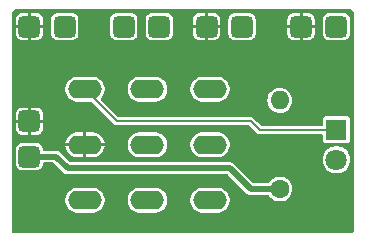
<source format=gbr>
%TF.GenerationSoftware,KiCad,Pcbnew,8.0.0*%
%TF.CreationDate,2024-05-19T22:30:32-07:00*%
%TF.ProjectId,3DPT-breakout-v2,33445054-2d62-4726-9561-6b6f75742d76,rev?*%
%TF.SameCoordinates,Original*%
%TF.FileFunction,Copper,L2,Bot*%
%TF.FilePolarity,Positive*%
%FSLAX46Y46*%
G04 Gerber Fmt 4.6, Leading zero omitted, Abs format (unit mm)*
G04 Created by KiCad (PCBNEW 8.0.0) date 2024-05-19 22:30:32*
%MOMM*%
%LPD*%
G01*
G04 APERTURE LIST*
G04 Aperture macros list*
%AMRoundRect*
0 Rectangle with rounded corners*
0 $1 Rounding radius*
0 $2 $3 $4 $5 $6 $7 $8 $9 X,Y pos of 4 corners*
0 Add a 4 corners polygon primitive as box body*
4,1,4,$2,$3,$4,$5,$6,$7,$8,$9,$2,$3,0*
0 Add four circle primitives for the rounded corners*
1,1,$1+$1,$2,$3*
1,1,$1+$1,$4,$5*
1,1,$1+$1,$6,$7*
1,1,$1+$1,$8,$9*
0 Add four rect primitives between the rounded corners*
20,1,$1+$1,$2,$3,$4,$5,0*
20,1,$1+$1,$4,$5,$6,$7,0*
20,1,$1+$1,$6,$7,$8,$9,0*
20,1,$1+$1,$8,$9,$2,$3,0*%
G04 Aperture macros list end*
%TA.AperFunction,ComponentPad*%
%ADD10O,2.850000X1.600000*%
%TD*%
%TA.AperFunction,ComponentPad*%
%ADD11RoundRect,0.300000X-0.600000X-0.600000X0.600000X-0.600000X0.600000X0.600000X-0.600000X0.600000X0*%
%TD*%
%TA.AperFunction,ComponentPad*%
%ADD12O,1.600000X1.600000*%
%TD*%
%TA.AperFunction,ComponentPad*%
%ADD13C,1.600000*%
%TD*%
%TA.AperFunction,ComponentPad*%
%ADD14RoundRect,0.300000X0.600000X-0.600000X0.600000X0.600000X-0.600000X0.600000X-0.600000X-0.600000X0*%
%TD*%
%TA.AperFunction,ComponentPad*%
%ADD15R,1.800000X1.800000*%
%TD*%
%TA.AperFunction,ComponentPad*%
%ADD16C,1.800000*%
%TD*%
%TA.AperFunction,ViaPad*%
%ADD17C,0.600000*%
%TD*%
%TA.AperFunction,Conductor*%
%ADD18C,0.200000*%
%TD*%
%TA.AperFunction,Conductor*%
%ADD19C,0.500000*%
%TD*%
G04 APERTURE END LIST*
D10*
%TO.P,SW1,1,A*%
%TO.N,/IN*%
X105300000Y-104700000D03*
%TO.P,SW1,2,B*%
%TO.N,/OUT*%
X105300000Y-100000000D03*
%TO.P,SW1,3,C*%
%TO.N,/RETURN*%
X105300000Y-95300000D03*
%TO.P,SW1,4,A*%
%TO.N,Net-(SW1B-A)*%
X100000000Y-104700000D03*
%TO.P,SW1,5,B*%
%TO.N,/SEND*%
X100000000Y-100000000D03*
%TO.P,SW1,6,C*%
%TO.N,/IN*%
X100000000Y-95300000D03*
%TO.P,SW1,7,A*%
%TO.N,Net-(SW1B-A)*%
X94700000Y-104700000D03*
%TO.P,SW1,8,B*%
%TO.N,GND*%
X94700000Y-100000000D03*
%TO.P,SW1,9,C*%
%TO.N,/LED-*%
X94700000Y-95300000D03*
%TD*%
D11*
%TO.P,P10,1,1*%
%TO.N,/9V*%
X108000000Y-90000000D03*
%TD*%
D12*
%TO.P,R1,2*%
%TO.N,/LED+*%
X111200000Y-96250000D03*
D13*
%TO.P,R1,1*%
%TO.N,/9V*%
X111200000Y-103750000D03*
%TD*%
D11*
%TO.P,P9,1,1*%
%TO.N,GND*%
X113000000Y-90000000D03*
%TD*%
D14*
%TO.P,P8,1,1*%
%TO.N,GND*%
X90000000Y-98000000D03*
%TD*%
D11*
%TO.P,P7,1,1*%
%TO.N,GND*%
X105000000Y-90000000D03*
%TD*%
%TO.P,P6,1,1*%
%TO.N,/SEND*%
X98000000Y-90000000D03*
%TD*%
%TO.P,P5,1,1*%
%TO.N,GND*%
X90000000Y-90000000D03*
%TD*%
D14*
%TO.P,P4,1,1*%
%TO.N,/9V*%
X90000000Y-101000000D03*
%TD*%
D11*
%TO.P,P3,1,1*%
%TO.N,/RETURN*%
X101000000Y-90000000D03*
%TD*%
%TO.P,P2,1,1*%
%TO.N,/IN*%
X93000000Y-90000000D03*
%TD*%
%TO.P,P1,1,1*%
%TO.N,/OUT*%
X116000000Y-90000000D03*
%TD*%
D15*
%TO.P,D1,1,K*%
%TO.N,/LED-*%
X116000000Y-98725000D03*
D16*
%TO.P,D1,2,A*%
%TO.N,/LED+*%
X116000000Y-101265000D03*
%TD*%
D17*
%TO.N,GND*%
X93500000Y-97750000D03*
X103500000Y-103750000D03*
X101750000Y-103750000D03*
X96250000Y-103000000D03*
X113000000Y-103000000D03*
X117000000Y-103000000D03*
X117000000Y-95000000D03*
X113000000Y-95000000D03*
X108750000Y-97250000D03*
X109000000Y-101000000D03*
X101750000Y-99000000D03*
X103425000Y-96000000D03*
X110500000Y-91750000D03*
X106500000Y-93500000D03*
X102750000Y-92500000D03*
X96250000Y-92000000D03*
X98027298Y-96277298D03*
X98250000Y-99000000D03*
X94250000Y-92000000D03*
X89000000Y-95000000D03*
X89000000Y-104500000D03*
X113000000Y-107000000D03*
X117000000Y-107000000D03*
X105000000Y-107000000D03*
X109000000Y-107000000D03*
X97000000Y-107000000D03*
X101000000Y-107000000D03*
X93000000Y-107000000D03*
X89000000Y-107000000D03*
%TD*%
D18*
%TO.N,/LED-*%
X109500000Y-98750000D02*
X115975000Y-98750000D01*
X115975000Y-98750000D02*
X116000000Y-98725000D01*
X97400000Y-98000000D02*
X108750000Y-98000000D01*
X94700000Y-95300000D02*
X97400000Y-98000000D01*
X108750000Y-98000000D02*
X109500000Y-98750000D01*
D19*
%TO.N,/9V*%
X107000000Y-102000000D02*
X108750000Y-103750000D01*
X90000000Y-101000000D02*
X92250000Y-101000000D01*
X108750000Y-103750000D02*
X111200000Y-103750000D01*
X92250000Y-101000000D02*
X93250000Y-102000000D01*
X93250000Y-102000000D02*
X107000000Y-102000000D01*
%TD*%
%TA.AperFunction,Conductor*%
%TO.N,GND*%
G36*
X117005512Y-88501121D02*
G01*
X117100073Y-88511775D01*
X117121669Y-88516705D01*
X117206202Y-88546283D01*
X117226168Y-88555899D01*
X117264079Y-88579720D01*
X117301987Y-88603540D01*
X117319319Y-88617361D01*
X117382638Y-88680680D01*
X117396459Y-88698012D01*
X117444098Y-88773828D01*
X117453718Y-88793803D01*
X117483293Y-88878326D01*
X117488225Y-88899938D01*
X117498877Y-88994470D01*
X117499500Y-89005555D01*
X117499500Y-107242210D01*
X117498281Y-107257696D01*
X117489742Y-107311611D01*
X117480170Y-107341071D01*
X117458969Y-107382679D01*
X117440764Y-107407737D01*
X117407737Y-107440764D01*
X117382679Y-107458969D01*
X117341071Y-107480170D01*
X117311612Y-107489741D01*
X117257695Y-107498281D01*
X117242211Y-107499500D01*
X88757789Y-107499500D01*
X88742303Y-107498281D01*
X88688388Y-107489742D01*
X88658928Y-107480170D01*
X88617320Y-107458969D01*
X88592262Y-107440764D01*
X88559235Y-107407737D01*
X88541030Y-107382679D01*
X88519827Y-107341067D01*
X88510259Y-107311620D01*
X88501717Y-107257685D01*
X88500500Y-107242210D01*
X88500500Y-104803467D01*
X93024500Y-104803467D01*
X93064869Y-105006418D01*
X93144058Y-105197597D01*
X93144059Y-105197598D01*
X93259023Y-105369655D01*
X93405345Y-105515977D01*
X93577402Y-105630941D01*
X93768580Y-105710130D01*
X93971535Y-105750500D01*
X93971536Y-105750500D01*
X95428464Y-105750500D01*
X95428465Y-105750500D01*
X95631420Y-105710130D01*
X95822598Y-105630941D01*
X95994655Y-105515977D01*
X96140977Y-105369655D01*
X96255941Y-105197598D01*
X96335130Y-105006420D01*
X96375500Y-104803467D01*
X98324500Y-104803467D01*
X98364869Y-105006418D01*
X98444058Y-105197597D01*
X98444059Y-105197598D01*
X98559023Y-105369655D01*
X98705345Y-105515977D01*
X98877402Y-105630941D01*
X99068580Y-105710130D01*
X99271535Y-105750500D01*
X99271536Y-105750500D01*
X100728464Y-105750500D01*
X100728465Y-105750500D01*
X100931420Y-105710130D01*
X101122598Y-105630941D01*
X101294655Y-105515977D01*
X101440977Y-105369655D01*
X101555941Y-105197598D01*
X101635130Y-105006420D01*
X101675500Y-104803467D01*
X103624500Y-104803467D01*
X103664869Y-105006418D01*
X103744058Y-105197597D01*
X103744059Y-105197598D01*
X103859023Y-105369655D01*
X104005345Y-105515977D01*
X104177402Y-105630941D01*
X104368580Y-105710130D01*
X104571535Y-105750500D01*
X104571536Y-105750500D01*
X106028464Y-105750500D01*
X106028465Y-105750500D01*
X106231420Y-105710130D01*
X106422598Y-105630941D01*
X106594655Y-105515977D01*
X106740977Y-105369655D01*
X106855941Y-105197598D01*
X106935130Y-105006420D01*
X106975500Y-104803465D01*
X106975500Y-104596535D01*
X106935130Y-104393580D01*
X106855941Y-104202402D01*
X106740977Y-104030345D01*
X106594655Y-103884023D01*
X106422598Y-103769059D01*
X106422599Y-103769059D01*
X106422597Y-103769058D01*
X106231418Y-103689869D01*
X106028467Y-103649500D01*
X106028465Y-103649500D01*
X104571535Y-103649500D01*
X104571532Y-103649500D01*
X104368581Y-103689869D01*
X104177402Y-103769058D01*
X104005348Y-103884020D01*
X103859020Y-104030348D01*
X103744058Y-104202402D01*
X103664869Y-104393581D01*
X103624500Y-104596532D01*
X103624500Y-104803467D01*
X101675500Y-104803467D01*
X101675500Y-104803465D01*
X101675500Y-104596535D01*
X101635130Y-104393580D01*
X101555941Y-104202402D01*
X101440977Y-104030345D01*
X101294655Y-103884023D01*
X101122598Y-103769059D01*
X101122599Y-103769059D01*
X101122597Y-103769058D01*
X100931418Y-103689869D01*
X100728467Y-103649500D01*
X100728465Y-103649500D01*
X99271535Y-103649500D01*
X99271532Y-103649500D01*
X99068581Y-103689869D01*
X98877402Y-103769058D01*
X98705348Y-103884020D01*
X98559020Y-104030348D01*
X98444058Y-104202402D01*
X98364869Y-104393581D01*
X98324500Y-104596532D01*
X98324500Y-104803467D01*
X96375500Y-104803467D01*
X96375500Y-104803465D01*
X96375500Y-104596535D01*
X96335130Y-104393580D01*
X96255941Y-104202402D01*
X96140977Y-104030345D01*
X95994655Y-103884023D01*
X95822598Y-103769059D01*
X95822599Y-103769059D01*
X95822597Y-103769058D01*
X95631418Y-103689869D01*
X95428467Y-103649500D01*
X95428465Y-103649500D01*
X93971535Y-103649500D01*
X93971532Y-103649500D01*
X93768581Y-103689869D01*
X93577402Y-103769058D01*
X93405348Y-103884020D01*
X93259020Y-104030348D01*
X93144058Y-104202402D01*
X93064869Y-104393581D01*
X93024500Y-104596532D01*
X93024500Y-104803467D01*
X88500500Y-104803467D01*
X88500500Y-101643106D01*
X88849500Y-101643106D01*
X88860123Y-101731565D01*
X88915637Y-101872339D01*
X88915638Y-101872341D01*
X88915639Y-101872342D01*
X89007078Y-101992922D01*
X89127658Y-102084361D01*
X89127659Y-102084361D01*
X89127660Y-102084362D01*
X89198047Y-102112119D01*
X89268436Y-102139877D01*
X89356898Y-102150500D01*
X89356900Y-102150500D01*
X90643100Y-102150500D01*
X90643102Y-102150500D01*
X90731564Y-102139877D01*
X90872342Y-102084361D01*
X90992922Y-101992922D01*
X91084361Y-101872342D01*
X91139877Y-101731564D01*
X91150500Y-101643102D01*
X91150500Y-101599500D01*
X91169407Y-101541309D01*
X91218907Y-101505345D01*
X91249500Y-101500500D01*
X92001678Y-101500500D01*
X92059869Y-101519407D01*
X92071682Y-101529496D01*
X92849500Y-102307314D01*
X92849499Y-102307314D01*
X92942685Y-102400499D01*
X92942690Y-102400503D01*
X93056810Y-102466390D01*
X93056808Y-102466390D01*
X93056812Y-102466391D01*
X93056814Y-102466392D01*
X93184108Y-102500500D01*
X106751678Y-102500500D01*
X106809869Y-102519407D01*
X106821682Y-102529496D01*
X108349500Y-104057314D01*
X108349499Y-104057314D01*
X108442685Y-104150499D01*
X108442690Y-104150503D01*
X108556810Y-104216390D01*
X108556808Y-104216390D01*
X108556812Y-104216391D01*
X108556814Y-104216392D01*
X108684108Y-104250500D01*
X110217035Y-104250500D01*
X110275226Y-104269407D01*
X110304344Y-104302830D01*
X110322315Y-104336450D01*
X110453590Y-104496410D01*
X110453595Y-104496414D01*
X110613547Y-104627683D01*
X110613548Y-104627683D01*
X110613550Y-104627685D01*
X110796046Y-104725232D01*
X110933997Y-104767078D01*
X110994065Y-104785300D01*
X110994070Y-104785301D01*
X111199997Y-104805583D01*
X111200000Y-104805583D01*
X111200003Y-104805583D01*
X111405929Y-104785301D01*
X111405934Y-104785300D01*
X111603954Y-104725232D01*
X111786450Y-104627685D01*
X111946410Y-104496410D01*
X112077685Y-104336450D01*
X112175232Y-104153954D01*
X112235300Y-103955934D01*
X112235301Y-103955929D01*
X112255583Y-103750003D01*
X112255583Y-103749996D01*
X112235301Y-103544070D01*
X112235300Y-103544065D01*
X112217078Y-103483997D01*
X112175232Y-103346046D01*
X112077685Y-103163550D01*
X111946410Y-103003590D01*
X111946404Y-103003585D01*
X111786452Y-102872316D01*
X111603954Y-102774768D01*
X111405934Y-102714699D01*
X111405929Y-102714698D01*
X111200003Y-102694417D01*
X111199997Y-102694417D01*
X110994070Y-102714698D01*
X110994065Y-102714699D01*
X110796045Y-102774768D01*
X110613547Y-102872316D01*
X110453595Y-103003585D01*
X110453585Y-103003595D01*
X110322313Y-103163552D01*
X110322313Y-103163553D01*
X110304344Y-103197170D01*
X110260238Y-103239576D01*
X110217035Y-103249500D01*
X108998322Y-103249500D01*
X108940131Y-103230593D01*
X108928318Y-103220504D01*
X108123314Y-102415500D01*
X107307314Y-101599500D01*
X107307311Y-101599498D01*
X107307310Y-101599497D01*
X107307309Y-101599496D01*
X107193189Y-101533609D01*
X107193191Y-101533609D01*
X107140187Y-101519407D01*
X107065892Y-101499500D01*
X107065890Y-101499500D01*
X93498322Y-101499500D01*
X93440131Y-101480593D01*
X93428318Y-101470504D01*
X93222814Y-101265000D01*
X114844571Y-101265000D01*
X114864244Y-101477311D01*
X114870842Y-101500500D01*
X114922595Y-101682389D01*
X115017634Y-101873255D01*
X115146128Y-102043407D01*
X115146135Y-102043413D01*
X115303692Y-102187047D01*
X115303699Y-102187053D01*
X115407389Y-102251255D01*
X115484981Y-102299298D01*
X115683802Y-102376321D01*
X115893390Y-102415500D01*
X116106610Y-102415500D01*
X116316198Y-102376321D01*
X116515019Y-102299298D01*
X116696302Y-102187052D01*
X116853872Y-102043407D01*
X116982366Y-101873255D01*
X117077405Y-101682389D01*
X117135756Y-101477310D01*
X117155429Y-101265000D01*
X117135756Y-101052690D01*
X117077405Y-100847611D01*
X116982366Y-100656745D01*
X116853872Y-100486593D01*
X116758993Y-100400099D01*
X116696307Y-100342952D01*
X116696300Y-100342946D01*
X116515024Y-100230705D01*
X116515019Y-100230702D01*
X116316195Y-100153678D01*
X116106610Y-100114500D01*
X115893390Y-100114500D01*
X115683804Y-100153678D01*
X115484980Y-100230702D01*
X115484975Y-100230705D01*
X115303699Y-100342946D01*
X115303692Y-100342952D01*
X115146135Y-100486586D01*
X115146131Y-100486589D01*
X115146128Y-100486593D01*
X115146125Y-100486597D01*
X115017635Y-100656743D01*
X115017630Y-100656752D01*
X114922596Y-100847608D01*
X114864244Y-101052688D01*
X114844571Y-101265000D01*
X93222814Y-101265000D01*
X93007813Y-101049999D01*
X92557314Y-100599500D01*
X92557311Y-100599498D01*
X92557310Y-100599497D01*
X92557309Y-100599496D01*
X92443189Y-100533609D01*
X92443191Y-100533609D01*
X92393799Y-100520375D01*
X92315892Y-100499500D01*
X92315890Y-100499500D01*
X91249500Y-100499500D01*
X91191309Y-100480593D01*
X91155345Y-100431093D01*
X91150500Y-100400500D01*
X91150500Y-100356899D01*
X91150499Y-100356893D01*
X91148825Y-100342952D01*
X91139877Y-100268436D01*
X91110126Y-100192993D01*
X91084362Y-100127660D01*
X91084361Y-100127659D01*
X91084361Y-100127658D01*
X91082345Y-100125000D01*
X93029293Y-100125000D01*
X93065349Y-100306271D01*
X93144501Y-100497360D01*
X93144508Y-100497374D01*
X93259405Y-100669329D01*
X93405670Y-100815594D01*
X93577625Y-100930491D01*
X93577639Y-100930498D01*
X93768727Y-101009650D01*
X93971581Y-101049999D01*
X93971586Y-101050000D01*
X94574999Y-101050000D01*
X94575000Y-101049999D01*
X94575000Y-100500000D01*
X94825000Y-100500000D01*
X94825000Y-101049999D01*
X94825001Y-101050000D01*
X95428414Y-101050000D01*
X95428418Y-101049999D01*
X95631272Y-101009650D01*
X95822360Y-100930498D01*
X95822374Y-100930491D01*
X95994329Y-100815594D01*
X96140594Y-100669329D01*
X96255491Y-100497374D01*
X96255498Y-100497360D01*
X96334650Y-100306271D01*
X96370707Y-100125000D01*
X95809144Y-100125000D01*
X95814914Y-100103467D01*
X98324500Y-100103467D01*
X98364869Y-100306418D01*
X98444058Y-100497597D01*
X98558805Y-100669329D01*
X98559023Y-100669655D01*
X98705345Y-100815977D01*
X98877402Y-100930941D01*
X99068580Y-101010130D01*
X99271535Y-101050500D01*
X99271536Y-101050500D01*
X100728464Y-101050500D01*
X100728465Y-101050500D01*
X100931420Y-101010130D01*
X101122598Y-100930941D01*
X101294655Y-100815977D01*
X101440977Y-100669655D01*
X101555941Y-100497598D01*
X101635130Y-100306420D01*
X101675500Y-100103467D01*
X103624500Y-100103467D01*
X103664869Y-100306418D01*
X103744058Y-100497597D01*
X103858805Y-100669329D01*
X103859023Y-100669655D01*
X104005345Y-100815977D01*
X104177402Y-100930941D01*
X104368580Y-101010130D01*
X104571535Y-101050500D01*
X104571536Y-101050500D01*
X106028464Y-101050500D01*
X106028465Y-101050500D01*
X106231420Y-101010130D01*
X106422598Y-100930941D01*
X106594655Y-100815977D01*
X106740977Y-100669655D01*
X106855941Y-100497598D01*
X106935130Y-100306420D01*
X106975500Y-100103465D01*
X106975500Y-99896535D01*
X106935130Y-99693580D01*
X106855941Y-99502402D01*
X106740977Y-99330345D01*
X106594655Y-99184023D01*
X106594651Y-99184020D01*
X106422597Y-99069058D01*
X106231418Y-98989869D01*
X106028467Y-98949500D01*
X106028465Y-98949500D01*
X104571535Y-98949500D01*
X104571532Y-98949500D01*
X104368581Y-98989869D01*
X104177402Y-99069058D01*
X104005348Y-99184020D01*
X103859020Y-99330348D01*
X103744058Y-99502402D01*
X103664869Y-99693581D01*
X103624500Y-99896532D01*
X103624500Y-100103467D01*
X101675500Y-100103467D01*
X101675500Y-100103465D01*
X101675500Y-99896535D01*
X101635130Y-99693580D01*
X101555941Y-99502402D01*
X101440977Y-99330345D01*
X101294655Y-99184023D01*
X101294651Y-99184020D01*
X101122597Y-99069058D01*
X100931418Y-98989869D01*
X100728467Y-98949500D01*
X100728465Y-98949500D01*
X99271535Y-98949500D01*
X99271532Y-98949500D01*
X99068581Y-98989869D01*
X98877402Y-99069058D01*
X98705348Y-99184020D01*
X98559020Y-99330348D01*
X98444058Y-99502402D01*
X98364869Y-99693581D01*
X98324500Y-99896532D01*
X98324500Y-100103467D01*
X95814914Y-100103467D01*
X95825000Y-100065826D01*
X95825000Y-99934174D01*
X95809144Y-99875000D01*
X96370706Y-99875000D01*
X96370706Y-99874999D01*
X96334650Y-99693728D01*
X96255498Y-99502639D01*
X96255491Y-99502625D01*
X96140594Y-99330670D01*
X95994329Y-99184405D01*
X95822374Y-99069508D01*
X95822360Y-99069501D01*
X95631272Y-98990349D01*
X95428418Y-98950000D01*
X94825001Y-98950000D01*
X94825000Y-98950001D01*
X94825000Y-99500000D01*
X94575000Y-99500000D01*
X94575000Y-98950001D01*
X94574999Y-98950000D01*
X93971581Y-98950000D01*
X93768727Y-98990349D01*
X93577639Y-99069501D01*
X93577625Y-99069508D01*
X93405670Y-99184405D01*
X93259405Y-99330670D01*
X93144508Y-99502625D01*
X93144501Y-99502639D01*
X93065349Y-99693728D01*
X93029293Y-99874999D01*
X93029294Y-99875000D01*
X93590856Y-99875000D01*
X93575000Y-99934174D01*
X93575000Y-100065826D01*
X93590856Y-100125000D01*
X93029293Y-100125000D01*
X91082345Y-100125000D01*
X90992922Y-100007078D01*
X90872342Y-99915639D01*
X90872341Y-99915638D01*
X90872339Y-99915637D01*
X90731565Y-99860123D01*
X90643106Y-99849500D01*
X90643102Y-99849500D01*
X89356898Y-99849500D01*
X89356893Y-99849500D01*
X89268434Y-99860123D01*
X89127660Y-99915637D01*
X89127656Y-99915640D01*
X89007081Y-100007075D01*
X89007075Y-100007081D01*
X88915640Y-100127656D01*
X88915637Y-100127660D01*
X88860123Y-100268434D01*
X88849500Y-100356893D01*
X88849500Y-101643106D01*
X88500500Y-101643106D01*
X88500500Y-98643064D01*
X88850000Y-98643064D01*
X88860613Y-98731443D01*
X88916080Y-98872095D01*
X89007435Y-98992564D01*
X89127904Y-99083919D01*
X89268556Y-99139386D01*
X89356935Y-99149999D01*
X89356942Y-99150000D01*
X89874999Y-99150000D01*
X89875000Y-99149999D01*
X89875000Y-98484144D01*
X89934174Y-98500000D01*
X90065826Y-98500000D01*
X90125000Y-98484144D01*
X90125000Y-99149999D01*
X90125001Y-99150000D01*
X90643058Y-99150000D01*
X90643064Y-99149999D01*
X90731443Y-99139386D01*
X90872095Y-99083919D01*
X90992564Y-98992564D01*
X91083919Y-98872095D01*
X91139386Y-98731443D01*
X91149999Y-98643064D01*
X91150000Y-98643058D01*
X91150000Y-98125001D01*
X91149999Y-98125000D01*
X90484144Y-98125000D01*
X90500000Y-98065826D01*
X90500000Y-97934174D01*
X90484144Y-97875000D01*
X91149999Y-97875000D01*
X91150000Y-97874999D01*
X91150000Y-97356941D01*
X91149999Y-97356935D01*
X91139386Y-97268556D01*
X91083919Y-97127904D01*
X90992564Y-97007435D01*
X90872095Y-96916080D01*
X90731443Y-96860613D01*
X90643064Y-96850000D01*
X90125001Y-96850000D01*
X90125000Y-96850001D01*
X90125000Y-97515855D01*
X90065826Y-97500000D01*
X89934174Y-97500000D01*
X89875000Y-97515855D01*
X89875000Y-96850001D01*
X89874999Y-96850000D01*
X89356935Y-96850000D01*
X89268556Y-96860613D01*
X89127904Y-96916080D01*
X89007435Y-97007435D01*
X88916080Y-97127904D01*
X88860613Y-97268556D01*
X88850000Y-97356935D01*
X88850000Y-97874999D01*
X88850001Y-97875000D01*
X89515856Y-97875000D01*
X89500000Y-97934174D01*
X89500000Y-98065826D01*
X89515856Y-98125000D01*
X88850001Y-98125000D01*
X88850000Y-98125001D01*
X88850000Y-98643064D01*
X88500500Y-98643064D01*
X88500500Y-95403467D01*
X93024500Y-95403467D01*
X93064869Y-95606418D01*
X93144058Y-95797597D01*
X93259020Y-95969651D01*
X93259023Y-95969655D01*
X93405345Y-96115977D01*
X93577402Y-96230941D01*
X93768580Y-96310130D01*
X93971535Y-96350500D01*
X95213810Y-96350500D01*
X95272001Y-96369407D01*
X95283814Y-96379496D01*
X97184788Y-98280470D01*
X97264712Y-98326614D01*
X97353856Y-98350500D01*
X97353857Y-98350500D01*
X97446144Y-98350500D01*
X108563810Y-98350500D01*
X108622001Y-98369407D01*
X108633814Y-98379496D01*
X109284788Y-99030470D01*
X109364712Y-99076614D01*
X109453856Y-99100500D01*
X114750500Y-99100500D01*
X114808691Y-99119407D01*
X114844655Y-99168907D01*
X114849500Y-99199500D01*
X114849500Y-99649672D01*
X114849501Y-99649684D01*
X114864033Y-99722736D01*
X114864035Y-99722742D01*
X114919397Y-99805599D01*
X114919399Y-99805601D01*
X115002260Y-99860966D01*
X115057808Y-99872015D01*
X115075315Y-99875498D01*
X115075320Y-99875498D01*
X115075326Y-99875500D01*
X115075327Y-99875500D01*
X116924673Y-99875500D01*
X116924674Y-99875500D01*
X116997740Y-99860966D01*
X117080601Y-99805601D01*
X117135966Y-99722740D01*
X117150500Y-99649674D01*
X117150500Y-97800326D01*
X117135966Y-97727260D01*
X117099969Y-97673386D01*
X117080602Y-97644400D01*
X117080599Y-97644397D01*
X116997742Y-97589035D01*
X116997740Y-97589034D01*
X116997737Y-97589033D01*
X116997736Y-97589033D01*
X116924684Y-97574501D01*
X116924674Y-97574500D01*
X115075326Y-97574500D01*
X115075325Y-97574500D01*
X115075315Y-97574501D01*
X115002263Y-97589033D01*
X115002257Y-97589035D01*
X114919400Y-97644397D01*
X114919397Y-97644400D01*
X114864035Y-97727257D01*
X114864033Y-97727263D01*
X114849501Y-97800315D01*
X114849500Y-97800327D01*
X114849500Y-98300500D01*
X114830593Y-98358691D01*
X114781093Y-98394655D01*
X114750500Y-98399500D01*
X109686190Y-98399500D01*
X109627999Y-98380593D01*
X109616186Y-98370504D01*
X109311508Y-98065826D01*
X108965212Y-97719530D01*
X108885288Y-97673386D01*
X108796144Y-97649500D01*
X108796142Y-97649500D01*
X97586190Y-97649500D01*
X97527999Y-97630593D01*
X97516186Y-97620504D01*
X96073160Y-96177478D01*
X96045383Y-96122961D01*
X96054954Y-96062529D01*
X96073158Y-96037473D01*
X96140977Y-95969655D01*
X96255941Y-95797598D01*
X96335130Y-95606420D01*
X96375500Y-95403467D01*
X98324500Y-95403467D01*
X98364869Y-95606418D01*
X98444058Y-95797597D01*
X98559020Y-95969651D01*
X98559023Y-95969655D01*
X98705345Y-96115977D01*
X98877402Y-96230941D01*
X99068580Y-96310130D01*
X99271535Y-96350500D01*
X99271536Y-96350500D01*
X100728464Y-96350500D01*
X100728465Y-96350500D01*
X100931420Y-96310130D01*
X101122598Y-96230941D01*
X101294655Y-96115977D01*
X101440977Y-95969655D01*
X101555941Y-95797598D01*
X101635130Y-95606420D01*
X101675500Y-95403467D01*
X103624500Y-95403467D01*
X103664869Y-95606418D01*
X103744058Y-95797597D01*
X103859020Y-95969651D01*
X103859023Y-95969655D01*
X104005345Y-96115977D01*
X104177402Y-96230941D01*
X104368580Y-96310130D01*
X104571535Y-96350500D01*
X104571536Y-96350500D01*
X106028464Y-96350500D01*
X106028465Y-96350500D01*
X106231420Y-96310130D01*
X106376579Y-96250003D01*
X110144417Y-96250003D01*
X110164698Y-96455929D01*
X110164699Y-96455934D01*
X110224768Y-96653954D01*
X110322316Y-96836452D01*
X110387665Y-96916080D01*
X110453590Y-96996410D01*
X110453595Y-96996414D01*
X110613547Y-97127683D01*
X110613548Y-97127683D01*
X110613550Y-97127685D01*
X110796046Y-97225232D01*
X110933997Y-97267078D01*
X110994065Y-97285300D01*
X110994070Y-97285301D01*
X111199997Y-97305583D01*
X111200000Y-97305583D01*
X111200003Y-97305583D01*
X111405929Y-97285301D01*
X111405934Y-97285300D01*
X111603954Y-97225232D01*
X111786450Y-97127685D01*
X111946410Y-96996410D01*
X112077685Y-96836450D01*
X112175232Y-96653954D01*
X112235300Y-96455934D01*
X112235301Y-96455929D01*
X112255583Y-96250003D01*
X112255583Y-96249996D01*
X112235301Y-96044070D01*
X112235300Y-96044065D01*
X112212727Y-95969651D01*
X112175232Y-95846046D01*
X112077685Y-95663550D01*
X112030798Y-95606418D01*
X111946414Y-95503595D01*
X111946410Y-95503590D01*
X111946404Y-95503585D01*
X111786452Y-95372316D01*
X111603954Y-95274768D01*
X111405934Y-95214699D01*
X111405929Y-95214698D01*
X111200003Y-95194417D01*
X111199997Y-95194417D01*
X110994070Y-95214698D01*
X110994065Y-95214699D01*
X110796045Y-95274768D01*
X110613547Y-95372316D01*
X110453595Y-95503585D01*
X110453585Y-95503595D01*
X110322316Y-95663547D01*
X110224768Y-95846045D01*
X110164699Y-96044065D01*
X110164698Y-96044070D01*
X110144417Y-96249996D01*
X110144417Y-96250003D01*
X106376579Y-96250003D01*
X106422598Y-96230941D01*
X106594655Y-96115977D01*
X106740977Y-95969655D01*
X106855941Y-95797598D01*
X106935130Y-95606420D01*
X106975500Y-95403465D01*
X106975500Y-95196535D01*
X106935130Y-94993580D01*
X106855941Y-94802402D01*
X106740977Y-94630345D01*
X106594655Y-94484023D01*
X106422598Y-94369059D01*
X106422599Y-94369059D01*
X106422597Y-94369058D01*
X106231418Y-94289869D01*
X106028467Y-94249500D01*
X106028465Y-94249500D01*
X104571535Y-94249500D01*
X104571532Y-94249500D01*
X104368581Y-94289869D01*
X104177402Y-94369058D01*
X104005348Y-94484020D01*
X103859020Y-94630348D01*
X103744058Y-94802402D01*
X103664869Y-94993581D01*
X103624500Y-95196532D01*
X103624500Y-95403467D01*
X101675500Y-95403467D01*
X101675500Y-95403465D01*
X101675500Y-95196535D01*
X101635130Y-94993580D01*
X101555941Y-94802402D01*
X101440977Y-94630345D01*
X101294655Y-94484023D01*
X101122598Y-94369059D01*
X101122599Y-94369059D01*
X101122597Y-94369058D01*
X100931418Y-94289869D01*
X100728467Y-94249500D01*
X100728465Y-94249500D01*
X99271535Y-94249500D01*
X99271532Y-94249500D01*
X99068581Y-94289869D01*
X98877402Y-94369058D01*
X98705348Y-94484020D01*
X98559020Y-94630348D01*
X98444058Y-94802402D01*
X98364869Y-94993581D01*
X98324500Y-95196532D01*
X98324500Y-95403467D01*
X96375500Y-95403467D01*
X96375500Y-95403465D01*
X96375500Y-95196535D01*
X96335130Y-94993580D01*
X96255941Y-94802402D01*
X96140977Y-94630345D01*
X95994655Y-94484023D01*
X95822598Y-94369059D01*
X95822599Y-94369059D01*
X95822597Y-94369058D01*
X95631418Y-94289869D01*
X95428467Y-94249500D01*
X95428465Y-94249500D01*
X93971535Y-94249500D01*
X93971532Y-94249500D01*
X93768581Y-94289869D01*
X93577402Y-94369058D01*
X93405348Y-94484020D01*
X93259020Y-94630348D01*
X93144058Y-94802402D01*
X93064869Y-94993581D01*
X93024500Y-95196532D01*
X93024500Y-95403467D01*
X88500500Y-95403467D01*
X88500500Y-90643064D01*
X88850000Y-90643064D01*
X88860613Y-90731443D01*
X88916080Y-90872095D01*
X89007435Y-90992564D01*
X89127904Y-91083919D01*
X89268556Y-91139386D01*
X89356935Y-91149999D01*
X89356942Y-91150000D01*
X89874999Y-91150000D01*
X89875000Y-91149999D01*
X89875000Y-90484144D01*
X89934174Y-90500000D01*
X90065826Y-90500000D01*
X90125000Y-90484144D01*
X90125000Y-91149999D01*
X90125001Y-91150000D01*
X90643058Y-91150000D01*
X90643064Y-91149999D01*
X90731443Y-91139386D01*
X90872095Y-91083919D01*
X90992564Y-90992564D01*
X91083919Y-90872095D01*
X91139386Y-90731443D01*
X91149994Y-90643106D01*
X91849500Y-90643106D01*
X91860123Y-90731565D01*
X91915637Y-90872339D01*
X91915638Y-90872341D01*
X91915639Y-90872342D01*
X92007078Y-90992922D01*
X92127658Y-91084361D01*
X92127659Y-91084361D01*
X92127660Y-91084362D01*
X92198047Y-91112119D01*
X92268436Y-91139877D01*
X92356898Y-91150500D01*
X92356900Y-91150500D01*
X93643100Y-91150500D01*
X93643102Y-91150500D01*
X93731564Y-91139877D01*
X93872342Y-91084361D01*
X93992922Y-90992922D01*
X94084361Y-90872342D01*
X94139877Y-90731564D01*
X94150500Y-90643106D01*
X96849500Y-90643106D01*
X96860123Y-90731565D01*
X96915637Y-90872339D01*
X96915638Y-90872341D01*
X96915639Y-90872342D01*
X97007078Y-90992922D01*
X97127658Y-91084361D01*
X97127659Y-91084361D01*
X97127660Y-91084362D01*
X97198047Y-91112119D01*
X97268436Y-91139877D01*
X97356898Y-91150500D01*
X97356900Y-91150500D01*
X98643100Y-91150500D01*
X98643102Y-91150500D01*
X98731564Y-91139877D01*
X98872342Y-91084361D01*
X98992922Y-90992922D01*
X99084361Y-90872342D01*
X99139877Y-90731564D01*
X99150500Y-90643106D01*
X99849500Y-90643106D01*
X99860123Y-90731565D01*
X99915637Y-90872339D01*
X99915638Y-90872341D01*
X99915639Y-90872342D01*
X100007078Y-90992922D01*
X100127658Y-91084361D01*
X100127659Y-91084361D01*
X100127660Y-91084362D01*
X100198047Y-91112119D01*
X100268436Y-91139877D01*
X100356898Y-91150500D01*
X100356900Y-91150500D01*
X101643100Y-91150500D01*
X101643102Y-91150500D01*
X101731564Y-91139877D01*
X101872342Y-91084361D01*
X101992922Y-90992922D01*
X102084361Y-90872342D01*
X102139877Y-90731564D01*
X102150500Y-90643102D01*
X102150500Y-90643064D01*
X103850000Y-90643064D01*
X103860613Y-90731443D01*
X103916080Y-90872095D01*
X104007435Y-90992564D01*
X104127904Y-91083919D01*
X104268556Y-91139386D01*
X104356935Y-91149999D01*
X104356942Y-91150000D01*
X104874999Y-91150000D01*
X104875000Y-91149999D01*
X104875000Y-90484144D01*
X104934174Y-90500000D01*
X105065826Y-90500000D01*
X105125000Y-90484144D01*
X105125000Y-91149999D01*
X105125001Y-91150000D01*
X105643058Y-91150000D01*
X105643064Y-91149999D01*
X105731443Y-91139386D01*
X105872095Y-91083919D01*
X105992564Y-90992564D01*
X106083919Y-90872095D01*
X106139386Y-90731443D01*
X106149994Y-90643106D01*
X106849500Y-90643106D01*
X106860123Y-90731565D01*
X106915637Y-90872339D01*
X106915638Y-90872341D01*
X106915639Y-90872342D01*
X107007078Y-90992922D01*
X107127658Y-91084361D01*
X107127659Y-91084361D01*
X107127660Y-91084362D01*
X107198047Y-91112119D01*
X107268436Y-91139877D01*
X107356898Y-91150500D01*
X107356900Y-91150500D01*
X108643100Y-91150500D01*
X108643102Y-91150500D01*
X108731564Y-91139877D01*
X108872342Y-91084361D01*
X108992922Y-90992922D01*
X109084361Y-90872342D01*
X109139877Y-90731564D01*
X109150500Y-90643102D01*
X109150500Y-90643064D01*
X111850000Y-90643064D01*
X111860613Y-90731443D01*
X111916080Y-90872095D01*
X112007435Y-90992564D01*
X112127904Y-91083919D01*
X112268556Y-91139386D01*
X112356935Y-91149999D01*
X112356942Y-91150000D01*
X112874999Y-91150000D01*
X112875000Y-91149999D01*
X112875000Y-90484144D01*
X112934174Y-90500000D01*
X113065826Y-90500000D01*
X113125000Y-90484144D01*
X113125000Y-91149999D01*
X113125001Y-91150000D01*
X113643058Y-91150000D01*
X113643064Y-91149999D01*
X113731443Y-91139386D01*
X113872095Y-91083919D01*
X113992564Y-90992564D01*
X114083919Y-90872095D01*
X114139386Y-90731443D01*
X114149994Y-90643106D01*
X114849500Y-90643106D01*
X114860123Y-90731565D01*
X114915637Y-90872339D01*
X114915638Y-90872341D01*
X114915639Y-90872342D01*
X115007078Y-90992922D01*
X115127658Y-91084361D01*
X115127659Y-91084361D01*
X115127660Y-91084362D01*
X115198047Y-91112119D01*
X115268436Y-91139877D01*
X115356898Y-91150500D01*
X115356900Y-91150500D01*
X116643100Y-91150500D01*
X116643102Y-91150500D01*
X116731564Y-91139877D01*
X116872342Y-91084361D01*
X116992922Y-90992922D01*
X117084361Y-90872342D01*
X117139877Y-90731564D01*
X117150500Y-90643102D01*
X117150500Y-89356898D01*
X117139877Y-89268436D01*
X117084361Y-89127658D01*
X116992922Y-89007078D01*
X116872342Y-88915639D01*
X116872341Y-88915638D01*
X116872339Y-88915637D01*
X116731565Y-88860123D01*
X116643106Y-88849500D01*
X116643102Y-88849500D01*
X115356898Y-88849500D01*
X115356893Y-88849500D01*
X115268434Y-88860123D01*
X115127660Y-88915637D01*
X115127656Y-88915640D01*
X115007081Y-89007075D01*
X115007075Y-89007081D01*
X114915640Y-89127656D01*
X114915637Y-89127660D01*
X114860123Y-89268434D01*
X114849500Y-89356893D01*
X114849500Y-90643106D01*
X114149994Y-90643106D01*
X114149999Y-90643064D01*
X114150000Y-90643058D01*
X114150000Y-90125001D01*
X114149999Y-90125000D01*
X113484144Y-90125000D01*
X113500000Y-90065826D01*
X113500000Y-89934174D01*
X113484144Y-89875000D01*
X114149999Y-89875000D01*
X114150000Y-89874999D01*
X114150000Y-89356941D01*
X114149999Y-89356935D01*
X114139386Y-89268556D01*
X114083919Y-89127904D01*
X113992564Y-89007435D01*
X113872095Y-88916080D01*
X113731443Y-88860613D01*
X113643064Y-88850000D01*
X113125001Y-88850000D01*
X113125000Y-88850001D01*
X113125000Y-89515855D01*
X113065826Y-89500000D01*
X112934174Y-89500000D01*
X112875000Y-89515855D01*
X112875000Y-88850001D01*
X112874999Y-88850000D01*
X112356935Y-88850000D01*
X112268556Y-88860613D01*
X112127904Y-88916080D01*
X112007435Y-89007435D01*
X111916080Y-89127904D01*
X111860613Y-89268556D01*
X111850000Y-89356935D01*
X111850000Y-89874999D01*
X111850001Y-89875000D01*
X112515856Y-89875000D01*
X112500000Y-89934174D01*
X112500000Y-90065826D01*
X112515856Y-90125000D01*
X111850001Y-90125000D01*
X111850000Y-90125001D01*
X111850000Y-90643064D01*
X109150500Y-90643064D01*
X109150500Y-89356898D01*
X109139877Y-89268436D01*
X109084361Y-89127658D01*
X108992922Y-89007078D01*
X108872342Y-88915639D01*
X108872341Y-88915638D01*
X108872339Y-88915637D01*
X108731565Y-88860123D01*
X108643106Y-88849500D01*
X108643102Y-88849500D01*
X107356898Y-88849500D01*
X107356893Y-88849500D01*
X107268434Y-88860123D01*
X107127660Y-88915637D01*
X107127656Y-88915640D01*
X107007081Y-89007075D01*
X107007075Y-89007081D01*
X106915640Y-89127656D01*
X106915637Y-89127660D01*
X106860123Y-89268434D01*
X106849500Y-89356893D01*
X106849500Y-90643106D01*
X106149994Y-90643106D01*
X106149999Y-90643064D01*
X106150000Y-90643058D01*
X106150000Y-90125001D01*
X106149999Y-90125000D01*
X105484144Y-90125000D01*
X105500000Y-90065826D01*
X105500000Y-89934174D01*
X105484144Y-89875000D01*
X106149999Y-89875000D01*
X106150000Y-89874999D01*
X106150000Y-89356941D01*
X106149999Y-89356935D01*
X106139386Y-89268556D01*
X106083919Y-89127904D01*
X105992564Y-89007435D01*
X105872095Y-88916080D01*
X105731443Y-88860613D01*
X105643064Y-88850000D01*
X105125001Y-88850000D01*
X105125000Y-88850001D01*
X105125000Y-89515855D01*
X105065826Y-89500000D01*
X104934174Y-89500000D01*
X104875000Y-89515855D01*
X104875000Y-88850001D01*
X104874999Y-88850000D01*
X104356935Y-88850000D01*
X104268556Y-88860613D01*
X104127904Y-88916080D01*
X104007435Y-89007435D01*
X103916080Y-89127904D01*
X103860613Y-89268556D01*
X103850000Y-89356935D01*
X103850000Y-89874999D01*
X103850001Y-89875000D01*
X104515856Y-89875000D01*
X104500000Y-89934174D01*
X104500000Y-90065826D01*
X104515856Y-90125000D01*
X103850001Y-90125000D01*
X103850000Y-90125001D01*
X103850000Y-90643064D01*
X102150500Y-90643064D01*
X102150500Y-89356898D01*
X102139877Y-89268436D01*
X102084361Y-89127658D01*
X101992922Y-89007078D01*
X101872342Y-88915639D01*
X101872341Y-88915638D01*
X101872339Y-88915637D01*
X101731565Y-88860123D01*
X101643106Y-88849500D01*
X101643102Y-88849500D01*
X100356898Y-88849500D01*
X100356893Y-88849500D01*
X100268434Y-88860123D01*
X100127660Y-88915637D01*
X100127656Y-88915640D01*
X100007081Y-89007075D01*
X100007075Y-89007081D01*
X99915640Y-89127656D01*
X99915637Y-89127660D01*
X99860123Y-89268434D01*
X99849500Y-89356893D01*
X99849500Y-90643106D01*
X99150500Y-90643106D01*
X99150500Y-90643102D01*
X99150500Y-89356898D01*
X99139877Y-89268436D01*
X99084361Y-89127658D01*
X98992922Y-89007078D01*
X98872342Y-88915639D01*
X98872341Y-88915638D01*
X98872339Y-88915637D01*
X98731565Y-88860123D01*
X98643106Y-88849500D01*
X98643102Y-88849500D01*
X97356898Y-88849500D01*
X97356893Y-88849500D01*
X97268434Y-88860123D01*
X97127660Y-88915637D01*
X97127656Y-88915640D01*
X97007081Y-89007075D01*
X97007075Y-89007081D01*
X96915640Y-89127656D01*
X96915637Y-89127660D01*
X96860123Y-89268434D01*
X96849500Y-89356893D01*
X96849500Y-90643106D01*
X94150500Y-90643106D01*
X94150500Y-90643102D01*
X94150500Y-89356898D01*
X94139877Y-89268436D01*
X94084361Y-89127658D01*
X93992922Y-89007078D01*
X93872342Y-88915639D01*
X93872341Y-88915638D01*
X93872339Y-88915637D01*
X93731565Y-88860123D01*
X93643106Y-88849500D01*
X93643102Y-88849500D01*
X92356898Y-88849500D01*
X92356893Y-88849500D01*
X92268434Y-88860123D01*
X92127660Y-88915637D01*
X92127656Y-88915640D01*
X92007081Y-89007075D01*
X92007075Y-89007081D01*
X91915640Y-89127656D01*
X91915637Y-89127660D01*
X91860123Y-89268434D01*
X91849500Y-89356893D01*
X91849500Y-90643106D01*
X91149994Y-90643106D01*
X91149999Y-90643064D01*
X91150000Y-90643058D01*
X91150000Y-90125001D01*
X91149999Y-90125000D01*
X90484144Y-90125000D01*
X90500000Y-90065826D01*
X90500000Y-89934174D01*
X90484144Y-89875000D01*
X91149999Y-89875000D01*
X91150000Y-89874999D01*
X91150000Y-89356941D01*
X91149999Y-89356935D01*
X91139386Y-89268556D01*
X91083919Y-89127904D01*
X90992564Y-89007435D01*
X90872095Y-88916080D01*
X90731443Y-88860613D01*
X90643064Y-88850000D01*
X90125001Y-88850000D01*
X90125000Y-88850001D01*
X90125000Y-89515855D01*
X90065826Y-89500000D01*
X89934174Y-89500000D01*
X89875000Y-89515855D01*
X89875000Y-88850001D01*
X89874999Y-88850000D01*
X89356935Y-88850000D01*
X89268556Y-88860613D01*
X89127904Y-88916080D01*
X89007435Y-89007435D01*
X88916080Y-89127904D01*
X88860613Y-89268556D01*
X88850000Y-89356935D01*
X88850000Y-89874999D01*
X88850001Y-89875000D01*
X89515856Y-89875000D01*
X89500000Y-89934174D01*
X89500000Y-90065826D01*
X89515856Y-90125000D01*
X88850001Y-90125000D01*
X88850000Y-90125001D01*
X88850000Y-90643064D01*
X88500500Y-90643064D01*
X88500500Y-89005555D01*
X88501121Y-88994488D01*
X88511776Y-88899924D01*
X88516704Y-88878332D01*
X88546285Y-88793794D01*
X88555897Y-88773834D01*
X88603541Y-88698010D01*
X88617357Y-88680684D01*
X88680684Y-88617357D01*
X88698012Y-88603540D01*
X88773834Y-88555897D01*
X88793794Y-88546285D01*
X88878332Y-88516704D01*
X88899924Y-88511776D01*
X88994487Y-88501121D01*
X89005556Y-88500500D01*
X89065892Y-88500500D01*
X116934108Y-88500500D01*
X116994444Y-88500500D01*
X117005512Y-88501121D01*
G37*
%TD.AperFunction*%
%TD*%
M02*

</source>
